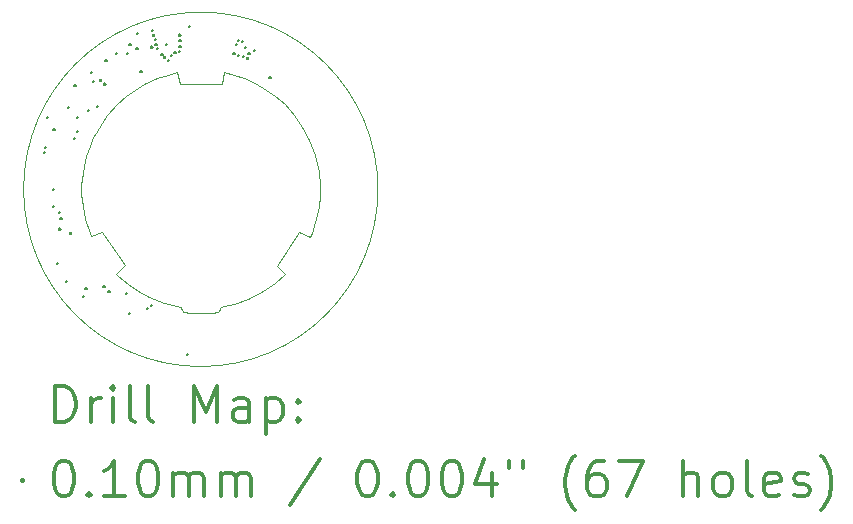
<source format=gbr>
%FSLAX45Y45*%
G04 Gerber Fmt 4.5, Leading zero omitted, Abs format (unit mm)*
G04 Created by KiCad (PCBNEW 0.201503110816+5502~22~ubuntu14.04.1-product) date ថ្ងៃ​អាទិត្យ ថ្ងៃ 29 ខែ មិនា ឆ្នាំ  2015, 13 ម៉ោង m នាទី 20 វិនាទី​*
%MOMM*%
G01*
G04 APERTURE LIST*
%ADD10C,0.127000*%
%ADD11C,0.050000*%
%ADD12C,0.200000*%
%ADD13C,0.300000*%
G04 APERTURE END LIST*
D10*
D11*
X9300000Y-10646000D02*
X9335000Y-10641000D01*
X9064000Y-10641000D02*
X9100000Y-10646000D01*
X9036000Y-10606000D02*
X9037000Y-10610000D01*
X9034000Y-10602000D02*
X9036000Y-10606000D01*
X9030000Y-10598000D02*
X9034000Y-10602000D01*
X9026000Y-10596000D02*
X9030000Y-10598000D01*
X9037000Y-10610000D02*
X9039000Y-10617000D01*
X9060000Y-10640000D02*
X9064000Y-10641000D01*
X9052000Y-10636000D02*
X9060000Y-10640000D01*
X9046000Y-10630000D02*
X9052000Y-10636000D01*
X9042000Y-10624000D02*
X9046000Y-10630000D01*
X9039000Y-10617000D02*
X9042000Y-10624000D01*
X9343000Y-10639000D02*
X9335000Y-10641000D01*
X9351000Y-10634000D02*
X9343000Y-10639000D01*
X9357000Y-10626000D02*
X9351000Y-10634000D01*
X9362000Y-10614000D02*
X9357000Y-10626000D01*
X9378000Y-8707000D02*
X9400000Y-8610000D01*
X9024000Y-8707000D02*
X9378000Y-8707000D01*
X9000000Y-8610000D02*
X9024000Y-8707000D01*
X8368000Y-9957000D02*
X8270000Y-9995000D01*
X8555000Y-10244000D02*
X8368000Y-9957000D01*
X8485000Y-10315000D02*
X8555000Y-10244000D01*
X10033000Y-9957000D02*
X10125000Y-10000000D01*
X9844000Y-10245000D02*
X10033000Y-9957000D01*
X9915000Y-10315000D02*
X9844000Y-10245000D01*
X9375000Y-10596000D02*
X9400000Y-10590000D01*
X9369000Y-10600000D02*
X9375000Y-10596000D01*
X9365000Y-10604000D02*
X9369000Y-10600000D01*
X9362000Y-10612000D02*
X9365000Y-10604000D01*
X9100000Y-10646000D02*
X9300000Y-10646000D01*
X9000000Y-10590000D02*
X9026000Y-10596000D01*
X9915000Y-10315000D02*
X9830000Y-10390000D01*
X10140000Y-9970000D02*
X10125000Y-10000000D01*
X8485000Y-10315000D02*
X8500000Y-10330000D01*
X8260000Y-9970000D02*
X8270000Y-9995000D01*
X9640000Y-8690000D02*
X9570000Y-8660000D01*
X9730000Y-8740000D02*
X9640000Y-8690000D01*
X9830000Y-8810000D02*
X9730000Y-8740000D01*
X9910000Y-8880000D02*
X9830000Y-8810000D01*
X9990000Y-8970000D02*
X9910000Y-8880000D01*
X10060000Y-9070000D02*
X9990000Y-8970000D01*
X10120000Y-9180000D02*
X10060000Y-9070000D01*
X10170000Y-9310000D02*
X10120000Y-9180000D01*
X10200000Y-9450000D02*
X10170000Y-9310000D01*
X10210000Y-9560000D02*
X10200000Y-9450000D01*
X10210000Y-9650000D02*
X10210000Y-9560000D01*
X10200000Y-9750000D02*
X10210000Y-9650000D01*
X10170000Y-9880000D02*
X10200000Y-9750000D01*
X10140000Y-9970000D02*
X10170000Y-9880000D01*
X9730000Y-10460000D02*
X9830000Y-10390000D01*
X9600000Y-10530000D02*
X9730000Y-10460000D01*
X9480000Y-10570000D02*
X9600000Y-10530000D01*
X9400000Y-10590000D02*
X9480000Y-10570000D01*
X8890000Y-10560000D02*
X9000000Y-10590000D01*
X8760000Y-10510000D02*
X8890000Y-10560000D01*
X8670000Y-10460000D02*
X8760000Y-10510000D01*
X8580000Y-10400000D02*
X8670000Y-10460000D01*
X8500000Y-10330000D02*
X8580000Y-10400000D01*
X8220000Y-9850000D02*
X8260000Y-9970000D01*
X8200000Y-9740000D02*
X8220000Y-9850000D01*
X8190000Y-9640000D02*
X8200000Y-9740000D01*
X8190000Y-9560000D02*
X8190000Y-9640000D01*
X8200000Y-9460000D02*
X8190000Y-9560000D01*
X8210000Y-9400000D02*
X8200000Y-9460000D01*
X8230000Y-9320000D02*
X8210000Y-9400000D01*
X8260000Y-9230000D02*
X8230000Y-9320000D01*
X8290000Y-9160000D02*
X8260000Y-9230000D01*
X8310000Y-9120000D02*
X8290000Y-9160000D01*
X8360000Y-9040000D02*
X8310000Y-9120000D01*
X8410000Y-8970000D02*
X8360000Y-9040000D01*
X8490000Y-8880000D02*
X8410000Y-8970000D01*
X8570000Y-8810000D02*
X8490000Y-8880000D01*
X8640000Y-8760000D02*
X8570000Y-8810000D01*
X8720000Y-8710000D02*
X8640000Y-8760000D01*
X8830000Y-8660000D02*
X8720000Y-8710000D01*
X8920000Y-8630000D02*
X8830000Y-8660000D01*
X9000000Y-8610000D02*
X8920000Y-8630000D01*
X9480000Y-8630000D02*
X9400000Y-8610000D01*
X9570000Y-8660000D02*
X9480000Y-8630000D01*
X10700000Y-9600000D02*
G75*
G03X10700000Y-9600000I-1500000J0D01*
G01*
D12*
X7870142Y-9280495D02*
X7880142Y-9290495D01*
X7880142Y-9280495D02*
X7870142Y-9290495D01*
X7880495Y-9241858D02*
X7890495Y-9251858D01*
X7890495Y-9241858D02*
X7880495Y-9251858D01*
X7896000Y-8987000D02*
X7906000Y-8997000D01*
X7906000Y-8987000D02*
X7896000Y-8997000D01*
X7945000Y-9595000D02*
X7955000Y-9605000D01*
X7955000Y-9595000D02*
X7945000Y-9605000D01*
X7945000Y-9740000D02*
X7955000Y-9750000D01*
X7955000Y-9740000D02*
X7945000Y-9750000D01*
X7951813Y-9088271D02*
X7961813Y-9098271D01*
X7961813Y-9088271D02*
X7951813Y-9098271D01*
X7980197Y-10225371D02*
X7990197Y-10235371D01*
X7990197Y-10225371D02*
X7980197Y-10235371D01*
X7999000Y-9790000D02*
X8009000Y-9800000D01*
X8009000Y-9790000D02*
X7999000Y-9800000D01*
X8004000Y-9931000D02*
X8014000Y-9941000D01*
X8014000Y-9931000D02*
X8004000Y-9941000D01*
X8012000Y-9845000D02*
X8022000Y-9855000D01*
X8022000Y-9845000D02*
X8012000Y-9855000D01*
X8059947Y-10376547D02*
X8069947Y-10386547D01*
X8069947Y-10376547D02*
X8059947Y-10386547D01*
X8073643Y-8905146D02*
X8083643Y-8915146D01*
X8083643Y-8905146D02*
X8073643Y-8915146D01*
X8089803Y-9964629D02*
X8099803Y-9974629D01*
X8099803Y-9964629D02*
X8089803Y-9974629D01*
X8126187Y-9163729D02*
X8136187Y-9173729D01*
X8136187Y-9163729D02*
X8126187Y-9173729D01*
X8130197Y-8715490D02*
X8140197Y-8725490D01*
X8140197Y-8715490D02*
X8130197Y-8725490D01*
X8149357Y-8986854D02*
X8159357Y-8996854D01*
X8159357Y-8986854D02*
X8149357Y-8996854D01*
X8152001Y-9104075D02*
X8162001Y-9114075D01*
X8162001Y-9104075D02*
X8152001Y-9114075D01*
X8201931Y-10501851D02*
X8211931Y-10511851D01*
X8211931Y-10501851D02*
X8201931Y-10511851D01*
X8223847Y-10434901D02*
X8233847Y-10444901D01*
X8233847Y-10434901D02*
X8223847Y-10444901D01*
X8246471Y-8929453D02*
X8256471Y-8939453D01*
X8256471Y-8929453D02*
X8246471Y-8939453D01*
X8273528Y-8602547D02*
X8283528Y-8612547D01*
X8283528Y-8602547D02*
X8273528Y-8612547D01*
X8287000Y-8679000D02*
X8297000Y-8689000D01*
X8297000Y-8679000D02*
X8287000Y-8689000D01*
X8324000Y-8891000D02*
X8334000Y-8901000D01*
X8334000Y-8891000D02*
X8324000Y-8901000D01*
X8347492Y-8669848D02*
X8357492Y-8679848D01*
X8357492Y-8669848D02*
X8347492Y-8679848D01*
X8376089Y-10415281D02*
X8386089Y-10425281D01*
X8386089Y-10415281D02*
X8376089Y-10425281D01*
X8384473Y-8703499D02*
X8394473Y-8713499D01*
X8394473Y-8703499D02*
X8384473Y-8713499D01*
X8393403Y-8506756D02*
X8403403Y-8516756D01*
X8403403Y-8506756D02*
X8393403Y-8516756D01*
X8418069Y-10458150D02*
X8428069Y-10468150D01*
X8428069Y-10458150D02*
X8418069Y-10468150D01*
X8484597Y-8445244D02*
X8494597Y-8455244D01*
X8494597Y-8445244D02*
X8484597Y-8455244D01*
X8566000Y-10480000D02*
X8576000Y-10490000D01*
X8576000Y-10480000D02*
X8566000Y-10490000D01*
X8577000Y-8444000D02*
X8587000Y-8454000D01*
X8587000Y-8444000D02*
X8577000Y-8454000D01*
X8593643Y-10643146D02*
X8603643Y-10653146D01*
X8603643Y-10643146D02*
X8593643Y-10653146D01*
X8595330Y-8366604D02*
X8605330Y-8376604D01*
X8605330Y-8366604D02*
X8595330Y-8376604D01*
X8656000Y-8400000D02*
X8666000Y-8410000D01*
X8666000Y-8400000D02*
X8656000Y-8410000D01*
X8660000Y-8278000D02*
X8670000Y-8288000D01*
X8670000Y-8278000D02*
X8660000Y-8288000D01*
X8689790Y-8598072D02*
X8699790Y-8608072D01*
X8699790Y-8598072D02*
X8689790Y-8608072D01*
X8743000Y-10604000D02*
X8753000Y-10614000D01*
X8753000Y-10604000D02*
X8743000Y-10614000D01*
X8776000Y-10575000D02*
X8786000Y-10585000D01*
X8786000Y-10575000D02*
X8776000Y-10585000D01*
X8782000Y-8390000D02*
X8792000Y-8400000D01*
X8792000Y-8390000D02*
X8782000Y-8400000D01*
X8785047Y-8250293D02*
X8795047Y-8260293D01*
X8795047Y-8250293D02*
X8785047Y-8260293D01*
X8797958Y-8287669D02*
X8807958Y-8297669D01*
X8807958Y-8287669D02*
X8797958Y-8297669D01*
X8811285Y-8326247D02*
X8821285Y-8336247D01*
X8821285Y-8326247D02*
X8811285Y-8336247D01*
X8816288Y-8366522D02*
X8826288Y-8376522D01*
X8826288Y-8366522D02*
X8816288Y-8376522D01*
X8829405Y-8401850D02*
X8839405Y-8411850D01*
X8839405Y-8401850D02*
X8829405Y-8411850D01*
X8866408Y-8451564D02*
X8876408Y-8461564D01*
X8876408Y-8451564D02*
X8866408Y-8461564D01*
X8890187Y-8473800D02*
X8900187Y-8483800D01*
X8900187Y-8473800D02*
X8890187Y-8483800D01*
X8903000Y-8367000D02*
X8913000Y-8377000D01*
X8913000Y-8367000D02*
X8903000Y-8377000D01*
X8923011Y-8504495D02*
X8933011Y-8514495D01*
X8933011Y-8504495D02*
X8923011Y-8514495D01*
X8948051Y-8460158D02*
X8958051Y-8470158D01*
X8958051Y-8460158D02*
X8948051Y-8470158D01*
X8976802Y-8435920D02*
X8986802Y-8445920D01*
X8986802Y-8435920D02*
X8976802Y-8445920D01*
X9015163Y-8428887D02*
X9025163Y-8438887D01*
X9025163Y-8428887D02*
X9015163Y-8438887D01*
X9020000Y-8288000D02*
X9030000Y-8298000D01*
X9030000Y-8288000D02*
X9020000Y-8298000D01*
X9020000Y-8334000D02*
X9030000Y-8344000D01*
X9030000Y-8334000D02*
X9020000Y-8344000D01*
X9020000Y-8384000D02*
X9030000Y-8394000D01*
X9030000Y-8384000D02*
X9020000Y-8394000D01*
X9082000Y-10991000D02*
X9092000Y-11001000D01*
X9092000Y-10991000D02*
X9082000Y-11001000D01*
X9103000Y-8217000D02*
X9113000Y-8227000D01*
X9113000Y-8217000D02*
X9103000Y-8227000D01*
X9477079Y-8447836D02*
X9487079Y-8457836D01*
X9487079Y-8447836D02*
X9477079Y-8457836D01*
X9500469Y-8371332D02*
X9510469Y-8381332D01*
X9510469Y-8371332D02*
X9500469Y-8381332D01*
X9512164Y-8333079D02*
X9522164Y-8343079D01*
X9522164Y-8333079D02*
X9512164Y-8343079D01*
X9515332Y-8459531D02*
X9525332Y-8469531D01*
X9525332Y-8459531D02*
X9515332Y-8469531D01*
X9550416Y-8344774D02*
X9560416Y-8354774D01*
X9560416Y-8344774D02*
X9550416Y-8354774D01*
X9553584Y-8471226D02*
X9563584Y-8481226D01*
X9563584Y-8471226D02*
X9553584Y-8481226D01*
X9576974Y-8394721D02*
X9586974Y-8404721D01*
X9586974Y-8394721D02*
X9576974Y-8404721D01*
X9591836Y-8482921D02*
X9601836Y-8492921D01*
X9601836Y-8482921D02*
X9591836Y-8492921D01*
X9603531Y-8444668D02*
X9613531Y-8454668D01*
X9613531Y-8444668D02*
X9603531Y-8454668D01*
X9653478Y-8418111D02*
X9663478Y-8428111D01*
X9663478Y-8418111D02*
X9653478Y-8428111D01*
X9781500Y-8647631D02*
X9791500Y-8657631D01*
X9791500Y-8647631D02*
X9781500Y-8657631D01*
D13*
X7968928Y-11568214D02*
X7968928Y-11268214D01*
X8040357Y-11268214D01*
X8083214Y-11282500D01*
X8111786Y-11311071D01*
X8126071Y-11339643D01*
X8140357Y-11396786D01*
X8140357Y-11439643D01*
X8126071Y-11496786D01*
X8111786Y-11525357D01*
X8083214Y-11553929D01*
X8040357Y-11568214D01*
X7968928Y-11568214D01*
X8268928Y-11568214D02*
X8268928Y-11368214D01*
X8268928Y-11425357D02*
X8283214Y-11396786D01*
X8297500Y-11382500D01*
X8326071Y-11368214D01*
X8354643Y-11368214D01*
X8454643Y-11568214D02*
X8454643Y-11368214D01*
X8454643Y-11268214D02*
X8440357Y-11282500D01*
X8454643Y-11296786D01*
X8468929Y-11282500D01*
X8454643Y-11268214D01*
X8454643Y-11296786D01*
X8640357Y-11568214D02*
X8611786Y-11553929D01*
X8597500Y-11525357D01*
X8597500Y-11268214D01*
X8797500Y-11568214D02*
X8768929Y-11553929D01*
X8754643Y-11525357D01*
X8754643Y-11268214D01*
X9140357Y-11568214D02*
X9140357Y-11268214D01*
X9240357Y-11482500D01*
X9340357Y-11268214D01*
X9340357Y-11568214D01*
X9611786Y-11568214D02*
X9611786Y-11411071D01*
X9597500Y-11382500D01*
X9568929Y-11368214D01*
X9511786Y-11368214D01*
X9483214Y-11382500D01*
X9611786Y-11553929D02*
X9583214Y-11568214D01*
X9511786Y-11568214D01*
X9483214Y-11553929D01*
X9468929Y-11525357D01*
X9468929Y-11496786D01*
X9483214Y-11468214D01*
X9511786Y-11453929D01*
X9583214Y-11453929D01*
X9611786Y-11439643D01*
X9754643Y-11368214D02*
X9754643Y-11668214D01*
X9754643Y-11382500D02*
X9783214Y-11368214D01*
X9840357Y-11368214D01*
X9868929Y-11382500D01*
X9883214Y-11396786D01*
X9897500Y-11425357D01*
X9897500Y-11511071D01*
X9883214Y-11539643D01*
X9868929Y-11553929D01*
X9840357Y-11568214D01*
X9783214Y-11568214D01*
X9754643Y-11553929D01*
X10026071Y-11539643D02*
X10040357Y-11553929D01*
X10026071Y-11568214D01*
X10011786Y-11553929D01*
X10026071Y-11539643D01*
X10026071Y-11568214D01*
X10026071Y-11382500D02*
X10040357Y-11396786D01*
X10026071Y-11411071D01*
X10011786Y-11396786D01*
X10026071Y-11382500D01*
X10026071Y-11411071D01*
X7687500Y-12057500D02*
X7697500Y-12067500D01*
X7697500Y-12057500D02*
X7687500Y-12067500D01*
X8026071Y-11898214D02*
X8054643Y-11898214D01*
X8083214Y-11912500D01*
X8097500Y-11926786D01*
X8111786Y-11955357D01*
X8126071Y-12012500D01*
X8126071Y-12083929D01*
X8111786Y-12141071D01*
X8097500Y-12169643D01*
X8083214Y-12183929D01*
X8054643Y-12198214D01*
X8026071Y-12198214D01*
X7997500Y-12183929D01*
X7983214Y-12169643D01*
X7968928Y-12141071D01*
X7954643Y-12083929D01*
X7954643Y-12012500D01*
X7968928Y-11955357D01*
X7983214Y-11926786D01*
X7997500Y-11912500D01*
X8026071Y-11898214D01*
X8254643Y-12169643D02*
X8268928Y-12183929D01*
X8254643Y-12198214D01*
X8240357Y-12183929D01*
X8254643Y-12169643D01*
X8254643Y-12198214D01*
X8554643Y-12198214D02*
X8383214Y-12198214D01*
X8468928Y-12198214D02*
X8468928Y-11898214D01*
X8440357Y-11941071D01*
X8411786Y-11969643D01*
X8383214Y-11983929D01*
X8740357Y-11898214D02*
X8768929Y-11898214D01*
X8797500Y-11912500D01*
X8811786Y-11926786D01*
X8826071Y-11955357D01*
X8840357Y-12012500D01*
X8840357Y-12083929D01*
X8826071Y-12141071D01*
X8811786Y-12169643D01*
X8797500Y-12183929D01*
X8768929Y-12198214D01*
X8740357Y-12198214D01*
X8711786Y-12183929D01*
X8697500Y-12169643D01*
X8683214Y-12141071D01*
X8668929Y-12083929D01*
X8668929Y-12012500D01*
X8683214Y-11955357D01*
X8697500Y-11926786D01*
X8711786Y-11912500D01*
X8740357Y-11898214D01*
X8968929Y-12198214D02*
X8968929Y-11998214D01*
X8968929Y-12026786D02*
X8983214Y-12012500D01*
X9011786Y-11998214D01*
X9054643Y-11998214D01*
X9083214Y-12012500D01*
X9097500Y-12041071D01*
X9097500Y-12198214D01*
X9097500Y-12041071D02*
X9111786Y-12012500D01*
X9140357Y-11998214D01*
X9183214Y-11998214D01*
X9211786Y-12012500D01*
X9226071Y-12041071D01*
X9226071Y-12198214D01*
X9368929Y-12198214D02*
X9368929Y-11998214D01*
X9368929Y-12026786D02*
X9383214Y-12012500D01*
X9411786Y-11998214D01*
X9454643Y-11998214D01*
X9483214Y-12012500D01*
X9497500Y-12041071D01*
X9497500Y-12198214D01*
X9497500Y-12041071D02*
X9511786Y-12012500D01*
X9540357Y-11998214D01*
X9583214Y-11998214D01*
X9611786Y-12012500D01*
X9626071Y-12041071D01*
X9626071Y-12198214D01*
X10211786Y-11883929D02*
X9954643Y-12269643D01*
X10597500Y-11898214D02*
X10626071Y-11898214D01*
X10654643Y-11912500D01*
X10668928Y-11926786D01*
X10683214Y-11955357D01*
X10697500Y-12012500D01*
X10697500Y-12083929D01*
X10683214Y-12141071D01*
X10668928Y-12169643D01*
X10654643Y-12183929D01*
X10626071Y-12198214D01*
X10597500Y-12198214D01*
X10568928Y-12183929D01*
X10554643Y-12169643D01*
X10540357Y-12141071D01*
X10526071Y-12083929D01*
X10526071Y-12012500D01*
X10540357Y-11955357D01*
X10554643Y-11926786D01*
X10568928Y-11912500D01*
X10597500Y-11898214D01*
X10826071Y-12169643D02*
X10840357Y-12183929D01*
X10826071Y-12198214D01*
X10811786Y-12183929D01*
X10826071Y-12169643D01*
X10826071Y-12198214D01*
X11026071Y-11898214D02*
X11054643Y-11898214D01*
X11083214Y-11912500D01*
X11097500Y-11926786D01*
X11111786Y-11955357D01*
X11126071Y-12012500D01*
X11126071Y-12083929D01*
X11111786Y-12141071D01*
X11097500Y-12169643D01*
X11083214Y-12183929D01*
X11054643Y-12198214D01*
X11026071Y-12198214D01*
X10997500Y-12183929D01*
X10983214Y-12169643D01*
X10968928Y-12141071D01*
X10954643Y-12083929D01*
X10954643Y-12012500D01*
X10968928Y-11955357D01*
X10983214Y-11926786D01*
X10997500Y-11912500D01*
X11026071Y-11898214D01*
X11311785Y-11898214D02*
X11340357Y-11898214D01*
X11368928Y-11912500D01*
X11383214Y-11926786D01*
X11397500Y-11955357D01*
X11411785Y-12012500D01*
X11411785Y-12083929D01*
X11397500Y-12141071D01*
X11383214Y-12169643D01*
X11368928Y-12183929D01*
X11340357Y-12198214D01*
X11311785Y-12198214D01*
X11283214Y-12183929D01*
X11268928Y-12169643D01*
X11254643Y-12141071D01*
X11240357Y-12083929D01*
X11240357Y-12012500D01*
X11254643Y-11955357D01*
X11268928Y-11926786D01*
X11283214Y-11912500D01*
X11311785Y-11898214D01*
X11668928Y-11998214D02*
X11668928Y-12198214D01*
X11597500Y-11883929D02*
X11526071Y-12098214D01*
X11711785Y-12098214D01*
X11811786Y-11898214D02*
X11811786Y-11955357D01*
X11926071Y-11898214D02*
X11926071Y-11955357D01*
X12368928Y-12312500D02*
X12354643Y-12298214D01*
X12326071Y-12255357D01*
X12311785Y-12226786D01*
X12297500Y-12183929D01*
X12283214Y-12112500D01*
X12283214Y-12055357D01*
X12297500Y-11983929D01*
X12311785Y-11941071D01*
X12326071Y-11912500D01*
X12354643Y-11869643D01*
X12368928Y-11855357D01*
X12611785Y-11898214D02*
X12554643Y-11898214D01*
X12526071Y-11912500D01*
X12511785Y-11926786D01*
X12483214Y-11969643D01*
X12468928Y-12026786D01*
X12468928Y-12141071D01*
X12483214Y-12169643D01*
X12497500Y-12183929D01*
X12526071Y-12198214D01*
X12583214Y-12198214D01*
X12611785Y-12183929D01*
X12626071Y-12169643D01*
X12640357Y-12141071D01*
X12640357Y-12069643D01*
X12626071Y-12041071D01*
X12611785Y-12026786D01*
X12583214Y-12012500D01*
X12526071Y-12012500D01*
X12497500Y-12026786D01*
X12483214Y-12041071D01*
X12468928Y-12069643D01*
X12740357Y-11898214D02*
X12940357Y-11898214D01*
X12811785Y-12198214D01*
X13283214Y-12198214D02*
X13283214Y-11898214D01*
X13411785Y-12198214D02*
X13411785Y-12041071D01*
X13397500Y-12012500D01*
X13368928Y-11998214D01*
X13326071Y-11998214D01*
X13297500Y-12012500D01*
X13283214Y-12026786D01*
X13597500Y-12198214D02*
X13568928Y-12183929D01*
X13554643Y-12169643D01*
X13540357Y-12141071D01*
X13540357Y-12055357D01*
X13554643Y-12026786D01*
X13568928Y-12012500D01*
X13597500Y-11998214D01*
X13640357Y-11998214D01*
X13668928Y-12012500D01*
X13683214Y-12026786D01*
X13697500Y-12055357D01*
X13697500Y-12141071D01*
X13683214Y-12169643D01*
X13668928Y-12183929D01*
X13640357Y-12198214D01*
X13597500Y-12198214D01*
X13868928Y-12198214D02*
X13840357Y-12183929D01*
X13826071Y-12155357D01*
X13826071Y-11898214D01*
X14097500Y-12183929D02*
X14068928Y-12198214D01*
X14011786Y-12198214D01*
X13983214Y-12183929D01*
X13968928Y-12155357D01*
X13968928Y-12041071D01*
X13983214Y-12012500D01*
X14011786Y-11998214D01*
X14068928Y-11998214D01*
X14097500Y-12012500D01*
X14111786Y-12041071D01*
X14111786Y-12069643D01*
X13968928Y-12098214D01*
X14226071Y-12183929D02*
X14254643Y-12198214D01*
X14311786Y-12198214D01*
X14340357Y-12183929D01*
X14354643Y-12155357D01*
X14354643Y-12141071D01*
X14340357Y-12112500D01*
X14311786Y-12098214D01*
X14268928Y-12098214D01*
X14240357Y-12083929D01*
X14226071Y-12055357D01*
X14226071Y-12041071D01*
X14240357Y-12012500D01*
X14268928Y-11998214D01*
X14311786Y-11998214D01*
X14340357Y-12012500D01*
X14454643Y-12312500D02*
X14468928Y-12298214D01*
X14497500Y-12255357D01*
X14511786Y-12226786D01*
X14526071Y-12183929D01*
X14540357Y-12112500D01*
X14540357Y-12055357D01*
X14526071Y-11983929D01*
X14511786Y-11941071D01*
X14497500Y-11912500D01*
X14468928Y-11869643D01*
X14454643Y-11855357D01*
M02*

</source>
